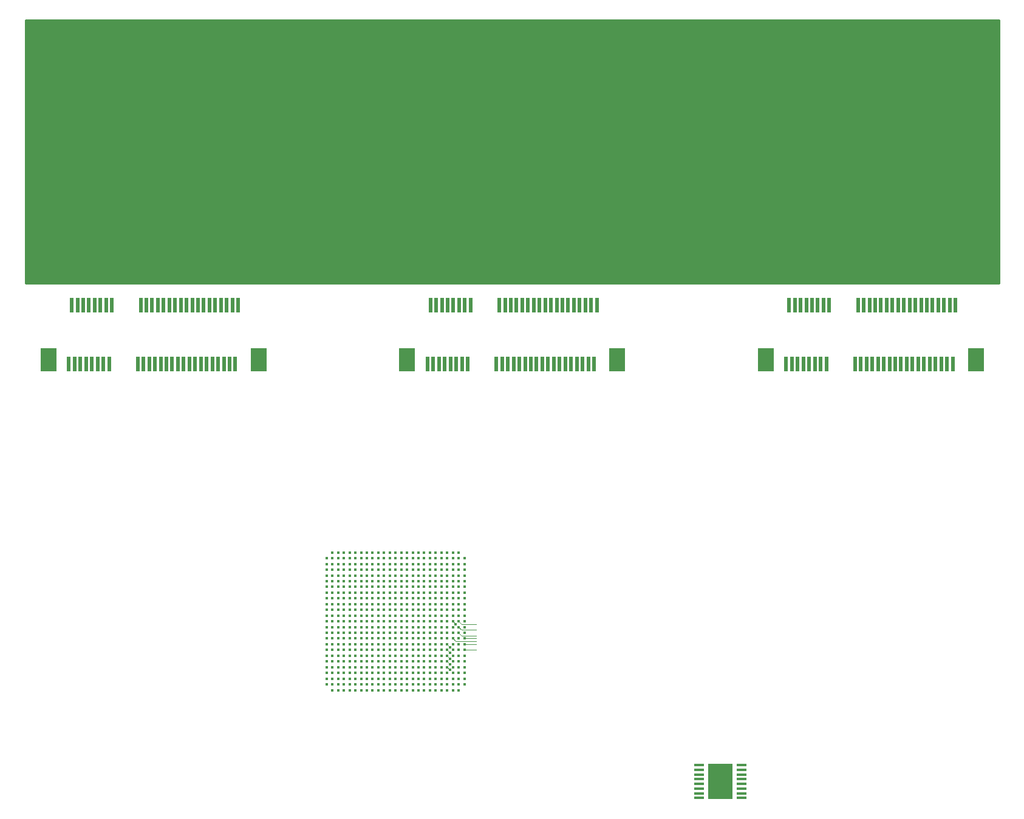
<source format=gbr>
%TF.GenerationSoftware,KiCad,Pcbnew,5.1.6-c6e7f7d~86~ubuntu18.04.1*%
%TF.CreationDate,2020-06-01T18:26:28-05:00*%
%TF.ProjectId,AP2100,41503231-3030-42e6-9b69-6361645f7063,rev?*%
%TF.SameCoordinates,Original*%
%TF.FileFunction,Copper,L1,Top*%
%TF.FilePolarity,Positive*%
%FSLAX46Y46*%
G04 Gerber Fmt 4.6, Leading zero omitted, Abs format (unit mm)*
G04 Created by KiCad (PCBNEW 5.1.6-c6e7f7d~86~ubuntu18.04.1) date 2020-06-01 18:26:28*
%MOMM*%
%LPD*%
G01*
G04 APERTURE LIST*
%TA.AperFunction,SMDPad,CuDef*%
%ADD10R,2.300000X3.200000*%
%TD*%
%TA.AperFunction,SMDPad,CuDef*%
%ADD11R,0.600000X2.000000*%
%TD*%
%TA.AperFunction,SMDPad,CuDef*%
%ADD12C,0.410000*%
%TD*%
%TA.AperFunction,SMDPad,CuDef*%
%ADD13R,1.400000X0.449999*%
%TD*%
%TA.AperFunction,SMDPad,CuDef*%
%ADD14R,3.400001X5.000000*%
%TD*%
%TA.AperFunction,ComponentPad*%
%ADD15C,0.499999*%
%TD*%
%TA.AperFunction,ViaPad*%
%ADD16C,0.400000*%
%TD*%
%TA.AperFunction,Conductor*%
%ADD17C,0.105000*%
%TD*%
%TA.AperFunction,NonConductor*%
%ADD18C,0.254000*%
%TD*%
G04 APERTURE END LIST*
D10*
%TO.P,J3,MP*%
%TO.N,Net-(J3-PadMP)*%
X110350000Y-63500000D03*
X139650000Y-63500000D03*
D11*
%TO.P,J3,1*%
%TO.N,Net-(J3-Pad1)*%
X113200000Y-64100000D03*
%TO.P,J3,2*%
%TO.N,Net-(J3-Pad2)*%
X113600000Y-55900000D03*
%TO.P,J3,3*%
%TO.N,Net-(J3-Pad3)*%
X114000000Y-64100000D03*
%TO.P,J3,4*%
%TO.N,Net-(J3-Pad15)*%
X114400000Y-55900000D03*
%TO.P,J3,5*%
%TO.N,Net-(J3-Pad5)*%
X114800000Y-64100000D03*
%TO.P,J3,6*%
%TO.N,Net-(J3-Pad6)*%
X115200000Y-55900000D03*
%TO.P,J3,7*%
%TO.N,Net-(J3-Pad7)*%
X115600000Y-64100000D03*
%TO.P,J3,8*%
%TO.N,Net-(J3-Pad8)*%
X116000000Y-55900000D03*
%TO.P,J3,9*%
%TO.N,Net-(J3-Pad15)*%
X116400000Y-64100000D03*
%TO.P,J3,10*%
%TO.N,Net-(J3-Pad10)*%
X116800000Y-55900000D03*
%TO.P,J3,11*%
%TO.N,Net-(J3-Pad11)*%
X117200000Y-64100000D03*
%TO.P,J3,12*%
%TO.N,Net-(J3-Pad12)*%
X117600000Y-55900000D03*
%TO.P,J3,13*%
%TO.N,Net-(J3-Pad13)*%
X118000000Y-64100000D03*
%TO.P,J3,14*%
%TO.N,Net-(J3-Pad14)*%
X118400000Y-55900000D03*
%TO.P,J3,15*%
%TO.N,Net-(J3-Pad15)*%
X118800000Y-64100000D03*
%TO.P,J3,16*%
%TO.N,Net-(J3-Pad16)*%
X119200000Y-55900000D03*
%TO.P,J3,17*%
%TO.N,Net-(J3-Pad17)*%
X122800000Y-64100000D03*
%TO.P,J3,18*%
%TO.N,Net-(J3-Pad15)*%
X123200000Y-55900000D03*
%TO.P,J3,19*%
%TO.N,Net-(J3-Pad19)*%
X123600000Y-64100000D03*
%TO.P,J3,20*%
%TO.N,Net-(J3-Pad20)*%
X124000000Y-55900000D03*
%TO.P,J3,21*%
%TO.N,Net-(J3-Pad15)*%
X124400000Y-64100000D03*
%TO.P,J3,22*%
%TO.N,Net-(J3-Pad22)*%
X124800000Y-55900000D03*
%TO.P,J3,23*%
%TO.N,Net-(J3-Pad23)*%
X125200000Y-64100000D03*
%TO.P,J3,24*%
%TO.N,Net-(J3-Pad24)*%
X125600000Y-55900000D03*
%TO.P,J3,25*%
%TO.N,Net-(J3-Pad25)*%
X126000000Y-64100000D03*
%TO.P,J3,26*%
%TO.N,Net-(J3-Pad15)*%
X126400000Y-55900000D03*
%TO.P,J3,27*%
X126800000Y-64100000D03*
%TO.P,J3,28*%
%TO.N,Net-(J3-Pad28)*%
X127200000Y-55900000D03*
%TO.P,J3,29*%
%TO.N,Net-(J3-Pad15)*%
X127600000Y-64100000D03*
%TO.P,J3,30*%
%TO.N,Net-(J3-Pad30)*%
X128000000Y-55900000D03*
%TO.P,J3,31*%
%TO.N,Net-(J3-Pad31)*%
X128400000Y-64100000D03*
%TO.P,J3,32*%
%TO.N,Net-(J3-Pad32)*%
X128800000Y-55900000D03*
%TO.P,J3,33*%
%TO.N,Net-(J3-Pad33)*%
X129200000Y-64100000D03*
%TO.P,J3,34*%
%TO.N,Net-(J3-Pad15)*%
X129600000Y-55900000D03*
%TO.P,J3,35*%
X130000000Y-64100000D03*
%TO.P,J3,36*%
%TO.N,Net-(J3-Pad36)*%
X130400000Y-55900000D03*
%TO.P,J3,37*%
%TO.N,Net-(J3-Pad15)*%
X130800000Y-64100000D03*
%TO.P,J3,38*%
%TO.N,Net-(J3-Pad38)*%
X131200000Y-55900000D03*
%TO.P,J3,39*%
%TO.N,Net-(J3-Pad39)*%
X131600000Y-64100000D03*
%TO.P,J3,40*%
%TO.N,Net-(J3-Pad15)*%
X132000000Y-55900000D03*
%TO.P,J3,41*%
%TO.N,Net-(J3-Pad41)*%
X132400000Y-64100000D03*
%TO.P,J3,42*%
%TO.N,Net-(J3-Pad42)*%
X132800000Y-55900000D03*
%TO.P,J3,43*%
%TO.N,Net-(J3-Pad15)*%
X133200000Y-64100000D03*
%TO.P,J3,44*%
%TO.N,Net-(J3-Pad44)*%
X133600000Y-55900000D03*
%TO.P,J3,45*%
%TO.N,Net-(J3-Pad45)*%
X134000000Y-64100000D03*
%TO.P,J3,46*%
%TO.N,Net-(J3-Pad46)*%
X134400000Y-55900000D03*
%TO.P,J3,47*%
%TO.N,Net-(J3-Pad47)*%
X134800000Y-64100000D03*
%TO.P,J3,48*%
%TO.N,Net-(J3-Pad48)*%
X135200000Y-55900000D03*
%TO.P,J3,49*%
%TO.N,Net-(J3-Pad49)*%
X135600000Y-64100000D03*
%TO.P,J3,50*%
%TO.N,Net-(J3-Pad15)*%
X136000000Y-55900000D03*
%TO.P,J3,51*%
%TO.N,Net-(J3-Pad51)*%
X136400000Y-64100000D03*
%TO.P,J3,52*%
%TO.N,Net-(J3-Pad52)*%
X136800000Y-55900000D03*
%TD*%
D10*
%TO.P,J2,MP*%
%TO.N,Net-(J2-PadMP)*%
X60350000Y-63500000D03*
X89650000Y-63500000D03*
D11*
%TO.P,J2,1*%
%TO.N,Net-(J2-Pad1)*%
X63200000Y-64100000D03*
%TO.P,J2,2*%
%TO.N,Net-(J2-Pad2)*%
X63600000Y-55900000D03*
%TO.P,J2,3*%
%TO.N,Net-(J2-Pad3)*%
X64000000Y-64100000D03*
%TO.P,J2,4*%
%TO.N,Net-(J2-Pad15)*%
X64400000Y-55900000D03*
%TO.P,J2,5*%
%TO.N,Net-(J2-Pad5)*%
X64800000Y-64100000D03*
%TO.P,J2,6*%
%TO.N,Net-(J2-Pad6)*%
X65200000Y-55900000D03*
%TO.P,J2,7*%
%TO.N,Net-(J2-Pad7)*%
X65600000Y-64100000D03*
%TO.P,J2,8*%
%TO.N,Net-(J2-Pad8)*%
X66000000Y-55900000D03*
%TO.P,J2,9*%
%TO.N,Net-(J2-Pad15)*%
X66400000Y-64100000D03*
%TO.P,J2,10*%
%TO.N,Net-(J2-Pad10)*%
X66800000Y-55900000D03*
%TO.P,J2,11*%
%TO.N,Net-(J2-Pad11)*%
X67200000Y-64100000D03*
%TO.P,J2,12*%
%TO.N,Net-(J2-Pad12)*%
X67600000Y-55900000D03*
%TO.P,J2,13*%
%TO.N,Net-(J2-Pad13)*%
X68000000Y-64100000D03*
%TO.P,J2,14*%
%TO.N,Net-(J2-Pad14)*%
X68400000Y-55900000D03*
%TO.P,J2,15*%
%TO.N,Net-(J2-Pad15)*%
X68800000Y-64100000D03*
%TO.P,J2,16*%
%TO.N,Net-(J2-Pad16)*%
X69200000Y-55900000D03*
%TO.P,J2,17*%
%TO.N,Net-(J2-Pad17)*%
X72800000Y-64100000D03*
%TO.P,J2,18*%
%TO.N,Net-(J2-Pad15)*%
X73200000Y-55900000D03*
%TO.P,J2,19*%
%TO.N,Net-(J2-Pad19)*%
X73600000Y-64100000D03*
%TO.P,J2,20*%
%TO.N,Net-(J2-Pad20)*%
X74000000Y-55900000D03*
%TO.P,J2,21*%
%TO.N,Net-(J2-Pad15)*%
X74400000Y-64100000D03*
%TO.P,J2,22*%
%TO.N,Net-(J2-Pad22)*%
X74800000Y-55900000D03*
%TO.P,J2,23*%
%TO.N,Net-(J2-Pad23)*%
X75200000Y-64100000D03*
%TO.P,J2,24*%
%TO.N,Net-(J2-Pad24)*%
X75600000Y-55900000D03*
%TO.P,J2,25*%
%TO.N,Net-(J2-Pad25)*%
X76000000Y-64100000D03*
%TO.P,J2,26*%
%TO.N,Net-(J2-Pad15)*%
X76400000Y-55900000D03*
%TO.P,J2,27*%
X76800000Y-64100000D03*
%TO.P,J2,28*%
%TO.N,Net-(J2-Pad28)*%
X77200000Y-55900000D03*
%TO.P,J2,29*%
%TO.N,Net-(J2-Pad15)*%
X77600000Y-64100000D03*
%TO.P,J2,30*%
%TO.N,Net-(J2-Pad30)*%
X78000000Y-55900000D03*
%TO.P,J2,31*%
%TO.N,Net-(J2-Pad31)*%
X78400000Y-64100000D03*
%TO.P,J2,32*%
%TO.N,Net-(J2-Pad32)*%
X78800000Y-55900000D03*
%TO.P,J2,33*%
%TO.N,Net-(J2-Pad33)*%
X79200000Y-64100000D03*
%TO.P,J2,34*%
%TO.N,Net-(J2-Pad15)*%
X79600000Y-55900000D03*
%TO.P,J2,35*%
X80000000Y-64100000D03*
%TO.P,J2,36*%
%TO.N,Net-(J2-Pad36)*%
X80400000Y-55900000D03*
%TO.P,J2,37*%
%TO.N,Net-(J2-Pad15)*%
X80800000Y-64100000D03*
%TO.P,J2,38*%
%TO.N,Net-(J2-Pad38)*%
X81200000Y-55900000D03*
%TO.P,J2,39*%
%TO.N,Net-(J2-Pad39)*%
X81600000Y-64100000D03*
%TO.P,J2,40*%
%TO.N,Net-(J2-Pad15)*%
X82000000Y-55900000D03*
%TO.P,J2,41*%
%TO.N,Net-(J2-Pad41)*%
X82400000Y-64100000D03*
%TO.P,J2,42*%
%TO.N,Net-(J2-Pad42)*%
X82800000Y-55900000D03*
%TO.P,J2,43*%
%TO.N,Net-(J2-Pad15)*%
X83200000Y-64100000D03*
%TO.P,J2,44*%
%TO.N,Net-(J2-Pad44)*%
X83600000Y-55900000D03*
%TO.P,J2,45*%
%TO.N,Net-(J2-Pad45)*%
X84000000Y-64100000D03*
%TO.P,J2,46*%
%TO.N,Net-(J2-Pad46)*%
X84400000Y-55900000D03*
%TO.P,J2,47*%
%TO.N,Net-(J2-Pad47)*%
X84800000Y-64100000D03*
%TO.P,J2,48*%
%TO.N,Net-(J2-Pad48)*%
X85200000Y-55900000D03*
%TO.P,J2,49*%
%TO.N,Net-(J2-Pad49)*%
X85600000Y-64100000D03*
%TO.P,J2,50*%
%TO.N,Net-(J2-Pad15)*%
X86000000Y-55900000D03*
%TO.P,J2,51*%
%TO.N,Net-(J2-Pad51)*%
X86400000Y-64100000D03*
%TO.P,J2,52*%
%TO.N,Net-(J2-Pad52)*%
X86800000Y-55900000D03*
%TD*%
D10*
%TO.P,J1,MP*%
%TO.N,Net-(J1-PadMP)*%
X10350000Y-63500000D03*
X39650000Y-63500000D03*
D11*
%TO.P,J1,1*%
%TO.N,Net-(J1-Pad1)*%
X13200000Y-64100000D03*
%TO.P,J1,2*%
%TO.N,Net-(J1-Pad2)*%
X13600000Y-55900000D03*
%TO.P,J1,3*%
%TO.N,Net-(J1-Pad3)*%
X14000000Y-64100000D03*
%TO.P,J1,4*%
%TO.N,Net-(J1-Pad15)*%
X14400000Y-55900000D03*
%TO.P,J1,5*%
%TO.N,Net-(J1-Pad5)*%
X14800000Y-64100000D03*
%TO.P,J1,6*%
%TO.N,Net-(J1-Pad6)*%
X15200000Y-55900000D03*
%TO.P,J1,7*%
%TO.N,Net-(J1-Pad7)*%
X15600000Y-64100000D03*
%TO.P,J1,8*%
%TO.N,Net-(J1-Pad8)*%
X16000000Y-55900000D03*
%TO.P,J1,9*%
%TO.N,Net-(J1-Pad15)*%
X16400000Y-64100000D03*
%TO.P,J1,10*%
%TO.N,Net-(J1-Pad10)*%
X16800000Y-55900000D03*
%TO.P,J1,11*%
%TO.N,Net-(J1-Pad11)*%
X17200000Y-64100000D03*
%TO.P,J1,12*%
%TO.N,Net-(J1-Pad12)*%
X17600000Y-55900000D03*
%TO.P,J1,13*%
%TO.N,Net-(J1-Pad13)*%
X18000000Y-64100000D03*
%TO.P,J1,14*%
%TO.N,Net-(J1-Pad14)*%
X18400000Y-55900000D03*
%TO.P,J1,15*%
%TO.N,Net-(J1-Pad15)*%
X18800000Y-64100000D03*
%TO.P,J1,16*%
%TO.N,Net-(J1-Pad16)*%
X19200000Y-55900000D03*
%TO.P,J1,17*%
%TO.N,Net-(J1-Pad17)*%
X22800000Y-64100000D03*
%TO.P,J1,18*%
%TO.N,Net-(J1-Pad15)*%
X23200000Y-55900000D03*
%TO.P,J1,19*%
%TO.N,Net-(J1-Pad19)*%
X23600000Y-64100000D03*
%TO.P,J1,20*%
%TO.N,Net-(J1-Pad20)*%
X24000000Y-55900000D03*
%TO.P,J1,21*%
%TO.N,Net-(J1-Pad15)*%
X24400000Y-64100000D03*
%TO.P,J1,22*%
%TO.N,Net-(J1-Pad22)*%
X24800000Y-55900000D03*
%TO.P,J1,23*%
%TO.N,Net-(J1-Pad23)*%
X25200000Y-64100000D03*
%TO.P,J1,24*%
%TO.N,Net-(J1-Pad24)*%
X25600000Y-55900000D03*
%TO.P,J1,25*%
%TO.N,Net-(J1-Pad25)*%
X26000000Y-64100000D03*
%TO.P,J1,26*%
%TO.N,Net-(J1-Pad15)*%
X26400000Y-55900000D03*
%TO.P,J1,27*%
X26800000Y-64100000D03*
%TO.P,J1,28*%
%TO.N,Net-(J1-Pad28)*%
X27200000Y-55900000D03*
%TO.P,J1,29*%
%TO.N,Net-(J1-Pad15)*%
X27600000Y-64100000D03*
%TO.P,J1,30*%
%TO.N,Net-(J1-Pad30)*%
X28000000Y-55900000D03*
%TO.P,J1,31*%
%TO.N,Net-(J1-Pad31)*%
X28400000Y-64100000D03*
%TO.P,J1,32*%
%TO.N,Net-(J1-Pad32)*%
X28800000Y-55900000D03*
%TO.P,J1,33*%
%TO.N,Net-(J1-Pad33)*%
X29200000Y-64100000D03*
%TO.P,J1,34*%
%TO.N,Net-(J1-Pad15)*%
X29600000Y-55900000D03*
%TO.P,J1,35*%
X30000000Y-64100000D03*
%TO.P,J1,36*%
%TO.N,Net-(J1-Pad36)*%
X30400000Y-55900000D03*
%TO.P,J1,37*%
%TO.N,Net-(J1-Pad15)*%
X30800000Y-64100000D03*
%TO.P,J1,38*%
%TO.N,Net-(J1-Pad38)*%
X31200000Y-55900000D03*
%TO.P,J1,39*%
%TO.N,Net-(J1-Pad39)*%
X31600000Y-64100000D03*
%TO.P,J1,40*%
%TO.N,Net-(J1-Pad15)*%
X32000000Y-55900000D03*
%TO.P,J1,41*%
%TO.N,Net-(J1-Pad41)*%
X32400000Y-64100000D03*
%TO.P,J1,42*%
%TO.N,Net-(J1-Pad42)*%
X32800000Y-55900000D03*
%TO.P,J1,43*%
%TO.N,Net-(J1-Pad15)*%
X33200000Y-64100000D03*
%TO.P,J1,44*%
%TO.N,Net-(J1-Pad44)*%
X33600000Y-55900000D03*
%TO.P,J1,45*%
%TO.N,Net-(J1-Pad45)*%
X34000000Y-64100000D03*
%TO.P,J1,46*%
%TO.N,Net-(J1-Pad46)*%
X34400000Y-55900000D03*
%TO.P,J1,47*%
%TO.N,Net-(J1-Pad47)*%
X34800000Y-64100000D03*
%TO.P,J1,48*%
%TO.N,Net-(J1-Pad48)*%
X35200000Y-55900000D03*
%TO.P,J1,49*%
%TO.N,Net-(J1-Pad49)*%
X35600000Y-64100000D03*
%TO.P,J1,50*%
%TO.N,Net-(J1-Pad15)*%
X36000000Y-55900000D03*
%TO.P,J1,51*%
%TO.N,Net-(J1-Pad51)*%
X36400000Y-64100000D03*
%TO.P,J1,52*%
%TO.N,Net-(J1-Pad52)*%
X36800000Y-55900000D03*
%TD*%
D12*
%TO.P,U2,AE24*%
%TO.N,N/C*%
X67537686Y-109633837D03*
%TO.P,U2,AE23*%
%TO.N,Net-(U2-PadAE23)*%
X66737686Y-109633837D03*
%TO.P,U2,AE22*%
%TO.N,Net-(U2-PadAE22)*%
X65937686Y-109633837D03*
%TO.P,U2,AE21*%
%TO.N,N/C*%
X65137686Y-109633837D03*
%TO.P,U2,AE20*%
X64337686Y-109633837D03*
%TO.P,U2,AE19*%
X63537686Y-109633837D03*
%TO.P,U2,AE18*%
X62737686Y-109633837D03*
%TO.P,U2,AE17*%
X61937686Y-109633837D03*
%TO.P,U2,AE16*%
X61137686Y-109633837D03*
%TO.P,U2,AE15*%
X60337686Y-109633837D03*
%TO.P,U2,AE14*%
X59537686Y-109633837D03*
%TO.P,U2,AE13*%
X58737686Y-109633837D03*
%TO.P,U2,AE12*%
X57937686Y-109633837D03*
%TO.P,U2,AE11*%
X57137686Y-109633837D03*
%TO.P,U2,AE10*%
X56337686Y-109633837D03*
%TO.P,U2,AE9*%
X55537686Y-109633837D03*
%TO.P,U2,AE8*%
X54737686Y-109633837D03*
%TO.P,U2,AE7*%
X53937686Y-109633837D03*
%TO.P,U2,AE6*%
X53137686Y-109633837D03*
%TO.P,U2,AE5*%
X52337686Y-109633837D03*
%TO.P,U2,AE4*%
X51537686Y-109633837D03*
%TO.P,U2,AE3*%
X50737686Y-109633837D03*
%TO.P,U2,AE2*%
X49937686Y-109633837D03*
%TO.P,U2,AD25*%
X68337686Y-108833837D03*
%TO.P,U2,AD24*%
%TO.N,Net-(U2-PadAD24)*%
X67537686Y-108833837D03*
%TO.P,U2,AD23*%
%TO.N,Net-(U2-PadAD23)*%
X66737686Y-108833837D03*
%TO.P,U2,AD22*%
%TO.N,N/C*%
X65937686Y-108833837D03*
%TO.P,U2,AD21*%
X65137686Y-108833837D03*
%TO.P,U2,AD20*%
X64337686Y-108833837D03*
%TO.P,U2,AD19*%
X63537686Y-108833837D03*
%TO.P,U2,AD18*%
X62737686Y-108833837D03*
%TO.P,U2,AD17*%
X61937686Y-108833837D03*
%TO.P,U2,AD16*%
X61137686Y-108833837D03*
%TO.P,U2,AD15*%
X60337686Y-108833837D03*
%TO.P,U2,AD14*%
X59537686Y-108833837D03*
%TO.P,U2,AD13*%
X58737686Y-108833837D03*
%TO.P,U2,AD12*%
X57937686Y-108833837D03*
%TO.P,U2,AD11*%
X57137686Y-108833837D03*
%TO.P,U2,AD10*%
X56337686Y-108833837D03*
%TO.P,U2,AD9*%
X55537686Y-108833837D03*
%TO.P,U2,AD8*%
X54737686Y-108833837D03*
%TO.P,U2,AD7*%
X53937686Y-108833837D03*
%TO.P,U2,AD6*%
X53137686Y-108833837D03*
%TO.P,U2,AD5*%
X52337686Y-108833837D03*
%TO.P,U2,AD4*%
X51537686Y-108833837D03*
%TO.P,U2,AD3*%
X50737686Y-108833837D03*
%TO.P,U2,AD2*%
X49937686Y-108833837D03*
%TO.P,U2,AD1*%
X49137686Y-108833837D03*
%TO.P,U2,AC25*%
%TO.N,Net-(U2-PadAC25)*%
X68337686Y-108033837D03*
%TO.P,U2,AC24*%
%TO.N,Net-(U2-PadAC24)*%
X67537686Y-108033837D03*
%TO.P,U2,AC23*%
%TO.N,Net-(U2-PadAC23)*%
X66737686Y-108033837D03*
%TO.P,U2,AC22*%
%TO.N,Net-(U2-PadAC22)*%
X65937686Y-108033837D03*
%TO.P,U2,AC21*%
%TO.N,Net-(U2-PadAC21)*%
X65137686Y-108033837D03*
%TO.P,U2,AC20*%
%TO.N,N/C*%
X64337686Y-108033837D03*
%TO.P,U2,AC19*%
X63537686Y-108033837D03*
%TO.P,U2,AC18*%
X62737686Y-108033837D03*
%TO.P,U2,AC17*%
X61937686Y-108033837D03*
%TO.P,U2,AC16*%
X61137686Y-108033837D03*
%TO.P,U2,AC15*%
X60337686Y-108033837D03*
%TO.P,U2,AC14*%
X59537686Y-108033837D03*
%TO.P,U2,AC13*%
X58737686Y-108033837D03*
%TO.P,U2,AC12*%
X57937686Y-108033837D03*
%TO.P,U2,AC11*%
X57137686Y-108033837D03*
%TO.P,U2,AC10*%
X56337686Y-108033837D03*
%TO.P,U2,AC9*%
X55537686Y-108033837D03*
%TO.P,U2,AC8*%
X54737686Y-108033837D03*
%TO.P,U2,AC7*%
X53937686Y-108033837D03*
%TO.P,U2,AC6*%
X53137686Y-108033837D03*
%TO.P,U2,AC5*%
X52337686Y-108033837D03*
%TO.P,U2,AC4*%
X51537686Y-108033837D03*
%TO.P,U2,AC3*%
X50737686Y-108033837D03*
%TO.P,U2,AC2*%
X49937686Y-108033837D03*
%TO.P,U2,AC1*%
X49137686Y-108033837D03*
%TO.P,U2,AB25*%
%TO.N,Net-(U2-PadAB25)*%
X68337686Y-107233837D03*
%TO.P,U2,AB24*%
%TO.N,N/C*%
X67537686Y-107233837D03*
%TO.P,U2,AB23*%
%TO.N,Net-(U2-PadAB23)*%
X66737686Y-107233837D03*
%TO.P,U2,AB22*%
%TO.N,N/C*%
X65937686Y-107233837D03*
%TO.P,U2,AB21*%
%TO.N,Net-(U2-PadAB21)*%
X65137686Y-107233837D03*
%TO.P,U2,AB20*%
%TO.N,Net-(U2-PadAB20)*%
X64337686Y-107233837D03*
%TO.P,U2,AB19*%
%TO.N,N/C*%
X63537686Y-107233837D03*
%TO.P,U2,AB18*%
X62737686Y-107233837D03*
%TO.P,U2,AB17*%
X61937686Y-107233837D03*
%TO.P,U2,AB16*%
X61137686Y-107233837D03*
%TO.P,U2,AB15*%
X60337686Y-107233837D03*
%TO.P,U2,AB14*%
X59537686Y-107233837D03*
%TO.P,U2,AB13*%
X58737686Y-107233837D03*
%TO.P,U2,AB12*%
X57937686Y-107233837D03*
%TO.P,U2,AB11*%
X57137686Y-107233837D03*
%TO.P,U2,AB10*%
X56337686Y-107233837D03*
%TO.P,U2,AB9*%
X55537686Y-107233837D03*
%TO.P,U2,AB8*%
X54737686Y-107233837D03*
%TO.P,U2,AB7*%
X53937686Y-107233837D03*
%TO.P,U2,AB6*%
X53137686Y-107233837D03*
%TO.P,U2,AB5*%
X52337686Y-107233837D03*
%TO.P,U2,AB4*%
X51537686Y-107233837D03*
%TO.P,U2,AB3*%
X50737686Y-107233837D03*
%TO.P,U2,AB2*%
X49937686Y-107233837D03*
%TO.P,U2,AB1*%
X49137686Y-107233837D03*
%TO.P,U2,AA25*%
%TO.N,Net-(U2-PadAA25)*%
X68337686Y-106433837D03*
%TO.P,U2,AA24*%
%TO.N,Net-(U2-PadAA24)*%
X67537686Y-106433837D03*
%TO.P,U2,AA23*%
%TO.N,Net-(U2-PadAA23)*%
X66737686Y-106433837D03*
%TO.P,U2,AA22*%
%TO.N,GND*%
X65937686Y-106433837D03*
%TO.P,U2,AA21*%
%TO.N,Net-(U2-PadAA21)*%
X65137686Y-106433837D03*
%TO.P,U2,AA20*%
%TO.N,N/C*%
X64337686Y-106433837D03*
%TO.P,U2,AA19*%
X63537686Y-106433837D03*
%TO.P,U2,AA18*%
X62737686Y-106433837D03*
%TO.P,U2,AA17*%
X61937686Y-106433837D03*
%TO.P,U2,AA16*%
X61137686Y-106433837D03*
%TO.P,U2,AA15*%
X60337686Y-106433837D03*
%TO.P,U2,AA14*%
X59537686Y-106433837D03*
%TO.P,U2,AA13*%
X58737686Y-106433837D03*
%TO.P,U2,AA12*%
X57937686Y-106433837D03*
%TO.P,U2,AA11*%
X57137686Y-106433837D03*
%TO.P,U2,AA10*%
X56337686Y-106433837D03*
%TO.P,U2,AA9*%
X55537686Y-106433837D03*
%TO.P,U2,AA8*%
X54737686Y-106433837D03*
%TO.P,U2,AA7*%
X53937686Y-106433837D03*
%TO.P,U2,AA6*%
X53137686Y-106433837D03*
%TO.P,U2,AA5*%
X52337686Y-106433837D03*
%TO.P,U2,AA4*%
X51537686Y-106433837D03*
%TO.P,U2,AA3*%
X50737686Y-106433837D03*
%TO.P,U2,AA2*%
X49937686Y-106433837D03*
%TO.P,U2,AA1*%
X49137686Y-106433837D03*
%TO.P,U2,Y25*%
%TO.N,Net-(U2-PadY25)*%
X68337686Y-105633837D03*
%TO.P,U2,Y24*%
%TO.N,N/C*%
X67537686Y-105633837D03*
%TO.P,U2,Y23*%
%TO.N,Net-(U2-PadY23)*%
X66737686Y-105633837D03*
%TO.P,U2,Y22*%
%TO.N,N/C*%
X65937686Y-105633837D03*
%TO.P,U2,Y21*%
%TO.N,Net-(U2-PadY21)*%
X65137686Y-105633837D03*
%TO.P,U2,Y20*%
%TO.N,N/C*%
X64337686Y-105633837D03*
%TO.P,U2,Y19*%
X63537686Y-105633837D03*
%TO.P,U2,Y18*%
X62737686Y-105633837D03*
%TO.P,U2,Y17*%
X61937686Y-105633837D03*
%TO.P,U2,Y16*%
X61137686Y-105633837D03*
%TO.P,U2,Y15*%
X60337686Y-105633837D03*
%TO.P,U2,Y14*%
X59537686Y-105633837D03*
%TO.P,U2,Y13*%
X58737686Y-105633837D03*
%TO.P,U2,Y12*%
X57937686Y-105633837D03*
%TO.P,U2,Y11*%
X57137686Y-105633837D03*
%TO.P,U2,Y10*%
X56337686Y-105633837D03*
%TO.P,U2,Y9*%
X55537686Y-105633837D03*
%TO.P,U2,Y8*%
X54737686Y-105633837D03*
%TO.P,U2,Y7*%
X53937686Y-105633837D03*
%TO.P,U2,Y6*%
X53137686Y-105633837D03*
%TO.P,U2,Y5*%
X52337686Y-105633837D03*
%TO.P,U2,Y4*%
X51537686Y-105633837D03*
%TO.P,U2,Y3*%
X50737686Y-105633837D03*
%TO.P,U2,Y2*%
X49937686Y-105633837D03*
%TO.P,U2,Y1*%
X49137686Y-105633837D03*
%TO.P,U2,W25*%
%TO.N,Net-(U2-PadW25)*%
X68337686Y-104833837D03*
%TO.P,U2,W24*%
%TO.N,Net-(U2-PadW24)*%
X67537686Y-104833837D03*
%TO.P,U2,W23*%
%TO.N,Net-(U2-PadW23)*%
X66737686Y-104833837D03*
%TO.P,U2,W22*%
%TO.N,Net-(U2-PadW22)*%
X65937686Y-104833837D03*
%TO.P,U2,W21*%
%TO.N,Net-(U2-PadW21)*%
X65137686Y-104833837D03*
%TO.P,U2,W20*%
%TO.N,N/C*%
X64337686Y-104833837D03*
%TO.P,U2,W19*%
X63537686Y-104833837D03*
%TO.P,U2,W18*%
X62737686Y-104833837D03*
%TO.P,U2,W17*%
X61937686Y-104833837D03*
%TO.P,U2,W16*%
X61137686Y-104833837D03*
%TO.P,U2,W15*%
X60337686Y-104833837D03*
%TO.P,U2,W14*%
X59537686Y-104833837D03*
%TO.P,U2,W13*%
X58737686Y-104833837D03*
%TO.P,U2,W12*%
X57937686Y-104833837D03*
%TO.P,U2,W11*%
X57137686Y-104833837D03*
%TO.P,U2,W10*%
X56337686Y-104833837D03*
%TO.P,U2,W9*%
X55537686Y-104833837D03*
%TO.P,U2,W8*%
X54737686Y-104833837D03*
%TO.P,U2,W7*%
X53937686Y-104833837D03*
%TO.P,U2,W6*%
X53137686Y-104833837D03*
%TO.P,U2,W5*%
X52337686Y-104833837D03*
%TO.P,U2,W4*%
X51537686Y-104833837D03*
%TO.P,U2,W3*%
X50737686Y-104833837D03*
%TO.P,U2,W2*%
X49937686Y-104833837D03*
%TO.P,U2,W1*%
X49137686Y-104833837D03*
%TO.P,U2,V25*%
%TO.N,Net-(U2-PadV25)*%
X68337686Y-104033837D03*
%TO.P,U2,V24*%
%TO.N,N/C*%
X67537686Y-104033837D03*
%TO.P,U2,V23*%
%TO.N,Net-(U2-PadV23)*%
X66737686Y-104033837D03*
%TO.P,U2,V22*%
%TO.N,N/C*%
X65937686Y-104033837D03*
%TO.P,U2,V21*%
%TO.N,Net-(U2-PadV21)*%
X65137686Y-104033837D03*
%TO.P,U2,V20*%
%TO.N,N/C*%
X64337686Y-104033837D03*
%TO.P,U2,V19*%
X63537686Y-104033837D03*
%TO.P,U2,V18*%
X62737686Y-104033837D03*
%TO.P,U2,V17*%
X61937686Y-104033837D03*
%TO.P,U2,V16*%
X61137686Y-104033837D03*
%TO.P,U2,V15*%
X60337686Y-104033837D03*
%TO.P,U2,V14*%
X59537686Y-104033837D03*
%TO.P,U2,V13*%
X58737686Y-104033837D03*
%TO.P,U2,V12*%
X57937686Y-104033837D03*
%TO.P,U2,V11*%
X57137686Y-104033837D03*
%TO.P,U2,V10*%
X56337686Y-104033837D03*
%TO.P,U2,V9*%
X55537686Y-104033837D03*
%TO.P,U2,V8*%
X54737686Y-104033837D03*
%TO.P,U2,V7*%
X53937686Y-104033837D03*
%TO.P,U2,V6*%
X53137686Y-104033837D03*
%TO.P,U2,V5*%
X52337686Y-104033837D03*
%TO.P,U2,V4*%
X51537686Y-104033837D03*
%TO.P,U2,V3*%
X50737686Y-104033837D03*
%TO.P,U2,V2*%
X49937686Y-104033837D03*
%TO.P,U2,V1*%
X49137686Y-104033837D03*
%TO.P,U2,U25*%
%TO.N,Net-(U2-PadU25)*%
X68337686Y-103233837D03*
%TO.P,U2,U24*%
%TO.N,Net-(U2-PadU24)*%
X67537686Y-103233837D03*
%TO.P,U2,U23*%
%TO.N,Net-(U2-PadU23)*%
X66737686Y-103233837D03*
%TO.P,U2,U22*%
%TO.N,Net-(U2-PadU22)*%
X65937686Y-103233837D03*
%TO.P,U2,U21*%
%TO.N,Net-(U2-PadU21)*%
X65137686Y-103233837D03*
%TO.P,U2,U20*%
%TO.N,N/C*%
X64337686Y-103233837D03*
%TO.P,U2,U19*%
X63537686Y-103233837D03*
%TO.P,U2,U18*%
X62737686Y-103233837D03*
%TO.P,U2,U17*%
X61937686Y-103233837D03*
%TO.P,U2,U16*%
X61137686Y-103233837D03*
%TO.P,U2,U15*%
X60337686Y-103233837D03*
%TO.P,U2,U14*%
X59537686Y-103233837D03*
%TO.P,U2,U13*%
X58737686Y-103233837D03*
%TO.P,U2,U12*%
X57937686Y-103233837D03*
%TO.P,U2,U11*%
X57137686Y-103233837D03*
%TO.P,U2,U10*%
X56337686Y-103233837D03*
%TO.P,U2,U9*%
X55537686Y-103233837D03*
%TO.P,U2,U8*%
X54737686Y-103233837D03*
%TO.P,U2,U7*%
X53937686Y-103233837D03*
%TO.P,U2,U6*%
X53137686Y-103233837D03*
%TO.P,U2,U5*%
X52337686Y-103233837D03*
%TO.P,U2,U4*%
X51537686Y-103233837D03*
%TO.P,U2,U3*%
X50737686Y-103233837D03*
%TO.P,U2,U2*%
X49937686Y-103233837D03*
%TO.P,U2,U1*%
X49137686Y-103233837D03*
%TO.P,U2,T25*%
%TO.N,Net-(U2-PadT25)*%
X68337686Y-102433837D03*
%TO.P,U2,T24*%
%TO.N,N/C*%
X67537686Y-102433837D03*
%TO.P,U2,T23*%
%TO.N,Net-(U2-PadT23)*%
X66737686Y-102433837D03*
%TO.P,U2,T22*%
%TO.N,N/C*%
X65937686Y-102433837D03*
%TO.P,U2,T21*%
%TO.N,Net-(U2-PadT21)*%
X65137686Y-102433837D03*
%TO.P,U2,T20*%
%TO.N,N/C*%
X64337686Y-102433837D03*
%TO.P,U2,T19*%
X63537686Y-102433837D03*
%TO.P,U2,T18*%
X62737686Y-102433837D03*
%TO.P,U2,T17*%
X61937686Y-102433837D03*
%TO.P,U2,T16*%
X61137686Y-102433837D03*
%TO.P,U2,T15*%
X60337686Y-102433837D03*
%TO.P,U2,T14*%
X59537686Y-102433837D03*
%TO.P,U2,T13*%
X58737686Y-102433837D03*
%TO.P,U2,T12*%
X57937686Y-102433837D03*
%TO.P,U2,T11*%
X57137686Y-102433837D03*
%TO.P,U2,T10*%
X56337686Y-102433837D03*
%TO.P,U2,T9*%
X55537686Y-102433837D03*
%TO.P,U2,T8*%
X54737686Y-102433837D03*
%TO.P,U2,T7*%
X53937686Y-102433837D03*
%TO.P,U2,T6*%
X53137686Y-102433837D03*
%TO.P,U2,T5*%
X52337686Y-102433837D03*
%TO.P,U2,T4*%
X51537686Y-102433837D03*
%TO.P,U2,T3*%
X50737686Y-102433837D03*
%TO.P,U2,T2*%
X49937686Y-102433837D03*
%TO.P,U2,T1*%
X49137686Y-102433837D03*
%TO.P,U2,R25*%
X68337686Y-101633837D03*
%TO.P,U2,R24*%
%TO.N,Net-(U2-PadR24)*%
X67537686Y-101633837D03*
%TO.P,U2,R23*%
%TO.N,N/C*%
X66737686Y-101633837D03*
%TO.P,U2,R22*%
%TO.N,Net-(U2-PadR22)*%
X65937686Y-101633837D03*
%TO.P,U2,R21*%
%TO.N,N/C*%
X65137686Y-101633837D03*
%TO.P,U2,R20*%
%TO.N,Net-(U2-PadR20)*%
X64337686Y-101633837D03*
%TO.P,U2,R19*%
%TO.N,N/C*%
X63537686Y-101633837D03*
%TO.P,U2,R18*%
X62737686Y-101633837D03*
%TO.P,U2,R17*%
X61937686Y-101633837D03*
%TO.P,U2,R16*%
X61137686Y-101633837D03*
%TO.P,U2,R15*%
X60337686Y-101633837D03*
%TO.P,U2,R14*%
X59537686Y-101633837D03*
%TO.P,U2,R13*%
X58737686Y-101633837D03*
%TO.P,U2,R12*%
X57937686Y-101633837D03*
%TO.P,U2,R11*%
X57137686Y-101633837D03*
%TO.P,U2,R10*%
X56337686Y-101633837D03*
%TO.P,U2,R9*%
X55537686Y-101633837D03*
%TO.P,U2,R8*%
X54737686Y-101633837D03*
%TO.P,U2,R7*%
X53937686Y-101633837D03*
%TO.P,U2,R6*%
X53137686Y-101633837D03*
%TO.P,U2,R5*%
X52337686Y-101633837D03*
%TO.P,U2,R4*%
X51537686Y-101633837D03*
%TO.P,U2,R3*%
X50737686Y-101633837D03*
%TO.P,U2,R2*%
X49937686Y-101633837D03*
%TO.P,U2,R1*%
X49137686Y-101633837D03*
%TO.P,U2,P25*%
%TO.N,Net-(U2-PadP25)*%
X68337686Y-100833837D03*
%TO.P,U2,P24*%
%TO.N,N/C*%
X67537686Y-100833837D03*
%TO.P,U2,P23*%
%TO.N,Net-(U2-PadP23)*%
X66737686Y-100833837D03*
%TO.P,U2,P22*%
%TO.N,N/C*%
X65937686Y-100833837D03*
%TO.P,U2,P21*%
%TO.N,Net-(U2-PadP21)*%
X65137686Y-100833837D03*
%TO.P,U2,P20*%
%TO.N,N/C*%
X64337686Y-100833837D03*
%TO.P,U2,P19*%
X63537686Y-100833837D03*
%TO.P,U2,P18*%
X62737686Y-100833837D03*
%TO.P,U2,P17*%
X61937686Y-100833837D03*
%TO.P,U2,P16*%
X61137686Y-100833837D03*
%TO.P,U2,P15*%
X60337686Y-100833837D03*
%TO.P,U2,P14*%
X59537686Y-100833837D03*
%TO.P,U2,P13*%
X58737686Y-100833837D03*
%TO.P,U2,P12*%
X57937686Y-100833837D03*
%TO.P,U2,P11*%
X57137686Y-100833837D03*
%TO.P,U2,P10*%
X56337686Y-100833837D03*
%TO.P,U2,P9*%
X55537686Y-100833837D03*
%TO.P,U2,P8*%
X54737686Y-100833837D03*
%TO.P,U2,P7*%
X53937686Y-100833837D03*
%TO.P,U2,P6*%
X53137686Y-100833837D03*
%TO.P,U2,P5*%
X52337686Y-100833837D03*
%TO.P,U2,P4*%
X51537686Y-100833837D03*
%TO.P,U2,P3*%
X50737686Y-100833837D03*
%TO.P,U2,P2*%
X49937686Y-100833837D03*
%TO.P,U2,P1*%
X49137686Y-100833837D03*
%TO.P,U2,N25*%
%TO.N,Net-(U2-PadN25)*%
X68337686Y-100033837D03*
%TO.P,U2,N24*%
%TO.N,Net-(U2-PadN24)*%
X67537686Y-100033837D03*
%TO.P,U2,N23*%
%TO.N,Net-(U2-PadN23)*%
X66737686Y-100033837D03*
%TO.P,U2,N22*%
%TO.N,Net-(U2-PadN22)*%
X65937686Y-100033837D03*
%TO.P,U2,N21*%
%TO.N,Net-(U2-PadN21)*%
X65137686Y-100033837D03*
%TO.P,U2,N20*%
%TO.N,N/C*%
X64337686Y-100033837D03*
%TO.P,U2,N19*%
X63537686Y-100033837D03*
%TO.P,U2,N18*%
X62737686Y-100033837D03*
%TO.P,U2,N17*%
X61937686Y-100033837D03*
%TO.P,U2,N16*%
X61137686Y-100033837D03*
%TO.P,U2,N15*%
X60337686Y-100033837D03*
%TO.P,U2,N14*%
X59537686Y-100033837D03*
%TO.P,U2,N13*%
X58737686Y-100033837D03*
%TO.P,U2,N12*%
X57937686Y-100033837D03*
%TO.P,U2,N11*%
X57137686Y-100033837D03*
%TO.P,U2,N10*%
X56337686Y-100033837D03*
%TO.P,U2,N9*%
X55537686Y-100033837D03*
%TO.P,U2,N8*%
X54737686Y-100033837D03*
%TO.P,U2,N7*%
X53937686Y-100033837D03*
%TO.P,U2,N6*%
X53137686Y-100033837D03*
%TO.P,U2,N5*%
X52337686Y-100033837D03*
%TO.P,U2,N4*%
X51537686Y-100033837D03*
%TO.P,U2,N3*%
X50737686Y-100033837D03*
%TO.P,U2,N2*%
X49937686Y-100033837D03*
%TO.P,U2,N1*%
X49137686Y-100033837D03*
%TO.P,U2,M25*%
%TO.N,Net-(U2-PadM25)*%
X68337686Y-99233837D03*
%TO.P,U2,M24*%
%TO.N,Net-(U2-PadM24)*%
X67537686Y-99233837D03*
%TO.P,U2,M23*%
%TO.N,Net-(U2-PadM23)*%
X66737686Y-99233837D03*
%TO.P,U2,M22*%
%TO.N,N/C*%
X65937686Y-99233837D03*
%TO.P,U2,M21*%
%TO.N,Net-(U2-PadM21)*%
X65137686Y-99233837D03*
%TO.P,U2,M20*%
%TO.N,N/C*%
X64337686Y-99233837D03*
%TO.P,U2,M19*%
X63537686Y-99233837D03*
%TO.P,U2,M18*%
X62737686Y-99233837D03*
%TO.P,U2,M17*%
X61937686Y-99233837D03*
%TO.P,U2,M16*%
X61137686Y-99233837D03*
%TO.P,U2,M15*%
X60337686Y-99233837D03*
%TO.P,U2,M14*%
X59537686Y-99233837D03*
%TO.P,U2,M13*%
X58737686Y-99233837D03*
%TO.P,U2,M12*%
X57937686Y-99233837D03*
%TO.P,U2,M11*%
X57137686Y-99233837D03*
%TO.P,U2,M10*%
X56337686Y-99233837D03*
%TO.P,U2,M9*%
X55537686Y-99233837D03*
%TO.P,U2,M8*%
X54737686Y-99233837D03*
%TO.P,U2,M7*%
X53937686Y-99233837D03*
%TO.P,U2,M6*%
X53137686Y-99233837D03*
%TO.P,U2,M5*%
X52337686Y-99233837D03*
%TO.P,U2,M4*%
X51537686Y-99233837D03*
%TO.P,U2,M3*%
X50737686Y-99233837D03*
%TO.P,U2,M2*%
X49937686Y-99233837D03*
%TO.P,U2,M1*%
X49137686Y-99233837D03*
%TO.P,U2,L25*%
%TO.N,Net-(U2-PadL25)*%
X68337686Y-98433837D03*
%TO.P,U2,L24*%
%TO.N,N/C*%
X67537686Y-98433837D03*
%TO.P,U2,L23*%
%TO.N,Net-(U2-PadL23)*%
X66737686Y-98433837D03*
%TO.P,U2,L22*%
%TO.N,Net-(U2-PadL22)*%
X65937686Y-98433837D03*
%TO.P,U2,L21*%
%TO.N,Net-(U2-PadL21)*%
X65137686Y-98433837D03*
%TO.P,U2,L20*%
%TO.N,N/C*%
X64337686Y-98433837D03*
%TO.P,U2,L19*%
X63537686Y-98433837D03*
%TO.P,U2,L18*%
X62737686Y-98433837D03*
%TO.P,U2,L17*%
X61937686Y-98433837D03*
%TO.P,U2,L16*%
X61137686Y-98433837D03*
%TO.P,U2,L15*%
X60337686Y-98433837D03*
%TO.P,U2,L14*%
X59537686Y-98433837D03*
%TO.P,U2,L13*%
X58737686Y-98433837D03*
%TO.P,U2,L12*%
X57937686Y-98433837D03*
%TO.P,U2,L11*%
X57137686Y-98433837D03*
%TO.P,U2,L10*%
X56337686Y-98433837D03*
%TO.P,U2,L9*%
X55537686Y-98433837D03*
%TO.P,U2,L8*%
X54737686Y-98433837D03*
%TO.P,U2,L7*%
X53937686Y-98433837D03*
%TO.P,U2,L6*%
X53137686Y-98433837D03*
%TO.P,U2,L5*%
X52337686Y-98433837D03*
%TO.P,U2,L4*%
X51537686Y-98433837D03*
%TO.P,U2,L3*%
X50737686Y-98433837D03*
%TO.P,U2,L2*%
X49937686Y-98433837D03*
%TO.P,U2,L1*%
X49137686Y-98433837D03*
%TO.P,U2,K25*%
%TO.N,Net-(U2-PadK25)*%
X68337686Y-97633837D03*
%TO.P,U2,K24*%
%TO.N,Net-(U2-PadK24)*%
X67537686Y-97633837D03*
%TO.P,U2,K23*%
%TO.N,Net-(U2-PadK23)*%
X66737686Y-97633837D03*
%TO.P,U2,K22*%
%TO.N,N/C*%
X65937686Y-97633837D03*
%TO.P,U2,K21*%
%TO.N,Net-(U2-PadK21)*%
X65137686Y-97633837D03*
%TO.P,U2,K20*%
%TO.N,N/C*%
X64337686Y-97633837D03*
%TO.P,U2,K19*%
X63537686Y-97633837D03*
%TO.P,U2,K18*%
X62737686Y-97633837D03*
%TO.P,U2,K17*%
X61937686Y-97633837D03*
%TO.P,U2,K16*%
X61137686Y-97633837D03*
%TO.P,U2,K15*%
X60337686Y-97633837D03*
%TO.P,U2,K14*%
X59537686Y-97633837D03*
%TO.P,U2,K13*%
X58737686Y-97633837D03*
%TO.P,U2,K12*%
X57937686Y-97633837D03*
%TO.P,U2,K11*%
X57137686Y-97633837D03*
%TO.P,U2,K10*%
X56337686Y-97633837D03*
%TO.P,U2,K9*%
X55537686Y-97633837D03*
%TO.P,U2,K8*%
X54737686Y-97633837D03*
%TO.P,U2,K7*%
X53937686Y-97633837D03*
%TO.P,U2,K6*%
X53137686Y-97633837D03*
%TO.P,U2,K5*%
X52337686Y-97633837D03*
%TO.P,U2,K4*%
X51537686Y-97633837D03*
%TO.P,U2,K3*%
X50737686Y-97633837D03*
%TO.P,U2,K2*%
X49937686Y-97633837D03*
%TO.P,U2,K1*%
X49137686Y-97633837D03*
%TO.P,U2,J25*%
%TO.N,Net-(U2-PadJ25)*%
X68337686Y-96833837D03*
%TO.P,U2,J24*%
%TO.N,N/C*%
X67537686Y-96833837D03*
%TO.P,U2,J23*%
%TO.N,Net-(U2-PadJ23)*%
X66737686Y-96833837D03*
%TO.P,U2,J22*%
%TO.N,Net-(U2-PadJ22)*%
X65937686Y-96833837D03*
%TO.P,U2,J21*%
%TO.N,Net-(U2-PadJ21)*%
X65137686Y-96833837D03*
%TO.P,U2,J20*%
%TO.N,N/C*%
X64337686Y-96833837D03*
%TO.P,U2,J19*%
X63537686Y-96833837D03*
%TO.P,U2,J18*%
X62737686Y-96833837D03*
%TO.P,U2,J17*%
X61937686Y-96833837D03*
%TO.P,U2,J16*%
X61137686Y-96833837D03*
%TO.P,U2,J15*%
X60337686Y-96833837D03*
%TO.P,U2,J14*%
X59537686Y-96833837D03*
%TO.P,U2,J13*%
X58737686Y-96833837D03*
%TO.P,U2,J12*%
X57937686Y-96833837D03*
%TO.P,U2,J11*%
X57137686Y-96833837D03*
%TO.P,U2,J10*%
X56337686Y-96833837D03*
%TO.P,U2,J9*%
X55537686Y-96833837D03*
%TO.P,U2,J8*%
X54737686Y-96833837D03*
%TO.P,U2,J7*%
X53937686Y-96833837D03*
%TO.P,U2,J6*%
X53137686Y-96833837D03*
%TO.P,U2,J5*%
X52337686Y-96833837D03*
%TO.P,U2,J4*%
X51537686Y-96833837D03*
%TO.P,U2,J3*%
X50737686Y-96833837D03*
%TO.P,U2,J2*%
X49937686Y-96833837D03*
%TO.P,U2,J1*%
X49137686Y-96833837D03*
%TO.P,U2,H25*%
%TO.N,Net-(U2-PadH25)*%
X68337686Y-96033837D03*
%TO.P,U2,H24*%
%TO.N,Net-(U2-PadH24)*%
X67537686Y-96033837D03*
%TO.P,U2,H23*%
%TO.N,Net-(U2-PadH23)*%
X66737686Y-96033837D03*
%TO.P,U2,H22*%
%TO.N,Net-(U2-PadH22)*%
X65937686Y-96033837D03*
%TO.P,U2,H21*%
%TO.N,Net-(U2-PadH21)*%
X65137686Y-96033837D03*
%TO.P,U2,H20*%
%TO.N,N/C*%
X64337686Y-96033837D03*
%TO.P,U2,H19*%
%TO.N,Net-(U2-PadH19)*%
X63537686Y-96033837D03*
%TO.P,U2,H18*%
%TO.N,N/C*%
X62737686Y-96033837D03*
%TO.P,U2,H17*%
X61937686Y-96033837D03*
%TO.P,U2,H16*%
X61137686Y-96033837D03*
%TO.P,U2,H15*%
X60337686Y-96033837D03*
%TO.P,U2,H14*%
X59537686Y-96033837D03*
%TO.P,U2,H13*%
X58737686Y-96033837D03*
%TO.P,U2,H12*%
X57937686Y-96033837D03*
%TO.P,U2,H11*%
X57137686Y-96033837D03*
%TO.P,U2,H10*%
X56337686Y-96033837D03*
%TO.P,U2,H9*%
X55537686Y-96033837D03*
%TO.P,U2,H8*%
X54737686Y-96033837D03*
%TO.P,U2,H7*%
X53937686Y-96033837D03*
%TO.P,U2,H6*%
X53137686Y-96033837D03*
%TO.P,U2,H5*%
X52337686Y-96033837D03*
%TO.P,U2,H4*%
X51537686Y-96033837D03*
%TO.P,U2,H3*%
X50737686Y-96033837D03*
%TO.P,U2,H2*%
X49937686Y-96033837D03*
%TO.P,U2,H1*%
X49137686Y-96033837D03*
%TO.P,U2,G25*%
%TO.N,Net-(U2-PadG25)*%
X68337686Y-95233837D03*
%TO.P,U2,G24*%
%TO.N,N/C*%
X67537686Y-95233837D03*
%TO.P,U2,G23*%
%TO.N,Net-(U2-PadG23)*%
X66737686Y-95233837D03*
%TO.P,U2,G22*%
%TO.N,N/C*%
X65937686Y-95233837D03*
%TO.P,U2,G21*%
%TO.N,Net-(U2-PadG21)*%
X65137686Y-95233837D03*
%TO.P,U2,G20*%
%TO.N,N/C*%
X64337686Y-95233837D03*
%TO.P,U2,G19*%
X63537686Y-95233837D03*
%TO.P,U2,G18*%
X62737686Y-95233837D03*
%TO.P,U2,G17*%
X61937686Y-95233837D03*
%TO.P,U2,G16*%
X61137686Y-95233837D03*
%TO.P,U2,G15*%
X60337686Y-95233837D03*
%TO.P,U2,G14*%
X59537686Y-95233837D03*
%TO.P,U2,G13*%
X58737686Y-95233837D03*
%TO.P,U2,G12*%
X57937686Y-95233837D03*
%TO.P,U2,G11*%
X57137686Y-95233837D03*
%TO.P,U2,G10*%
X56337686Y-95233837D03*
%TO.P,U2,G9*%
X55537686Y-95233837D03*
%TO.P,U2,G8*%
X54737686Y-95233837D03*
%TO.P,U2,G7*%
X53937686Y-95233837D03*
%TO.P,U2,G6*%
X53137686Y-95233837D03*
%TO.P,U2,G5*%
X52337686Y-95233837D03*
%TO.P,U2,G4*%
X51537686Y-95233837D03*
%TO.P,U2,G3*%
X50737686Y-95233837D03*
%TO.P,U2,G2*%
X49937686Y-95233837D03*
%TO.P,U2,G1*%
X49137686Y-95233837D03*
%TO.P,U2,F25*%
%TO.N,Net-(U2-PadF25)*%
X68337686Y-94433837D03*
%TO.P,U2,F24*%
%TO.N,Net-(U2-PadF24)*%
X67537686Y-94433837D03*
%TO.P,U2,F23*%
%TO.N,Net-(U2-PadF23)*%
X66737686Y-94433837D03*
%TO.P,U2,F22*%
%TO.N,Net-(U2-PadF22)*%
X65937686Y-94433837D03*
%TO.P,U2,F21*%
%TO.N,N/C*%
X65137686Y-94433837D03*
%TO.P,U2,F20*%
X64337686Y-94433837D03*
%TO.P,U2,F19*%
X63537686Y-94433837D03*
%TO.P,U2,F18*%
X62737686Y-94433837D03*
%TO.P,U2,F17*%
X61937686Y-94433837D03*
%TO.P,U2,F16*%
X61137686Y-94433837D03*
%TO.P,U2,F15*%
X60337686Y-94433837D03*
%TO.P,U2,F14*%
X59537686Y-94433837D03*
%TO.P,U2,F13*%
X58737686Y-94433837D03*
%TO.P,U2,F12*%
X57937686Y-94433837D03*
%TO.P,U2,F11*%
X57137686Y-94433837D03*
%TO.P,U2,F10*%
X56337686Y-94433837D03*
%TO.P,U2,F9*%
X55537686Y-94433837D03*
%TO.P,U2,F8*%
X54737686Y-94433837D03*
%TO.P,U2,F7*%
X53937686Y-94433837D03*
%TO.P,U2,F6*%
X53137686Y-94433837D03*
%TO.P,U2,F5*%
X52337686Y-94433837D03*
%TO.P,U2,F4*%
X51537686Y-94433837D03*
%TO.P,U2,F3*%
X50737686Y-94433837D03*
%TO.P,U2,F2*%
X49937686Y-94433837D03*
%TO.P,U2,F1*%
X49137686Y-94433837D03*
%TO.P,U2,E25*%
%TO.N,Net-(U2-PadE25)*%
X68337686Y-93633837D03*
%TO.P,U2,E24*%
%TO.N,N/C*%
X67537686Y-93633837D03*
%TO.P,U2,E23*%
%TO.N,Net-(U2-PadE23)*%
X66737686Y-93633837D03*
%TO.P,U2,E22*%
%TO.N,N/C*%
X65937686Y-93633837D03*
%TO.P,U2,E21*%
X65137686Y-93633837D03*
%TO.P,U2,E20*%
X64337686Y-93633837D03*
%TO.P,U2,E19*%
X63537686Y-93633837D03*
%TO.P,U2,E18*%
X62737686Y-93633837D03*
%TO.P,U2,E17*%
X61937686Y-93633837D03*
%TO.P,U2,E16*%
X61137686Y-93633837D03*
%TO.P,U2,E15*%
X60337686Y-93633837D03*
%TO.P,U2,E14*%
X59537686Y-93633837D03*
%TO.P,U2,E13*%
X58737686Y-93633837D03*
%TO.P,U2,E12*%
X57937686Y-93633837D03*
%TO.P,U2,E11*%
X57137686Y-93633837D03*
%TO.P,U2,E10*%
X56337686Y-93633837D03*
%TO.P,U2,E9*%
X55537686Y-93633837D03*
%TO.P,U2,E8*%
X54737686Y-93633837D03*
%TO.P,U2,E7*%
X53937686Y-93633837D03*
%TO.P,U2,E6*%
X53137686Y-93633837D03*
%TO.P,U2,E5*%
X52337686Y-93633837D03*
%TO.P,U2,E4*%
X51537686Y-93633837D03*
%TO.P,U2,E3*%
X50737686Y-93633837D03*
%TO.P,U2,E2*%
X49937686Y-93633837D03*
%TO.P,U2,E1*%
X49137686Y-93633837D03*
%TO.P,U2,D25*%
%TO.N,Net-(U2-PadD25)*%
X68337686Y-92833837D03*
%TO.P,U2,D24*%
%TO.N,Net-(U2-PadD24)*%
X67537686Y-92833837D03*
%TO.P,U2,D23*%
%TO.N,Net-(U2-PadD23)*%
X66737686Y-92833837D03*
%TO.P,U2,D22*%
%TO.N,Net-(U2-PadD22)*%
X65937686Y-92833837D03*
%TO.P,U2,D21*%
%TO.N,N/C*%
X65137686Y-92833837D03*
%TO.P,U2,D20*%
X64337686Y-92833837D03*
%TO.P,U2,D19*%
X63537686Y-92833837D03*
%TO.P,U2,D18*%
X62737686Y-92833837D03*
%TO.P,U2,D17*%
X61937686Y-92833837D03*
%TO.P,U2,D16*%
X61137686Y-92833837D03*
%TO.P,U2,D15*%
X60337686Y-92833837D03*
%TO.P,U2,D14*%
X59537686Y-92833837D03*
%TO.P,U2,D13*%
X58737686Y-92833837D03*
%TO.P,U2,D12*%
X57937686Y-92833837D03*
%TO.P,U2,D11*%
X57137686Y-92833837D03*
%TO.P,U2,D10*%
X56337686Y-92833837D03*
%TO.P,U2,D9*%
X55537686Y-92833837D03*
%TO.P,U2,D8*%
X54737686Y-92833837D03*
%TO.P,U2,D7*%
X53937686Y-92833837D03*
%TO.P,U2,D6*%
X53137686Y-92833837D03*
%TO.P,U2,D5*%
X52337686Y-92833837D03*
%TO.P,U2,D4*%
X51537686Y-92833837D03*
%TO.P,U2,D3*%
X50737686Y-92833837D03*
%TO.P,U2,D2*%
X49937686Y-92833837D03*
%TO.P,U2,D1*%
X49137686Y-92833837D03*
%TO.P,U2,C25*%
%TO.N,Net-(U2-PadC25)*%
X68337686Y-92033837D03*
%TO.P,U2,C24*%
%TO.N,Net-(U2-PadC24)*%
X67537686Y-92033837D03*
%TO.P,U2,C23*%
%TO.N,N/C*%
X66737686Y-92033837D03*
%TO.P,U2,C22*%
%TO.N,Net-(U2-PadC22)*%
X65937686Y-92033837D03*
%TO.P,U2,C21*%
%TO.N,N/C*%
X65137686Y-92033837D03*
%TO.P,U2,C20*%
X64337686Y-92033837D03*
%TO.P,U2,C19*%
X63537686Y-92033837D03*
%TO.P,U2,C18*%
X62737686Y-92033837D03*
%TO.P,U2,C17*%
X61937686Y-92033837D03*
%TO.P,U2,C16*%
X61137686Y-92033837D03*
%TO.P,U2,C15*%
X60337686Y-92033837D03*
%TO.P,U2,C14*%
X59537686Y-92033837D03*
%TO.P,U2,C13*%
X58737686Y-92033837D03*
%TO.P,U2,C12*%
X57937686Y-92033837D03*
%TO.P,U2,C11*%
X57137686Y-92033837D03*
%TO.P,U2,C10*%
X56337686Y-92033837D03*
%TO.P,U2,C9*%
X55537686Y-92033837D03*
%TO.P,U2,C8*%
X54737686Y-92033837D03*
%TO.P,U2,C7*%
X53937686Y-92033837D03*
%TO.P,U2,C6*%
X53137686Y-92033837D03*
%TO.P,U2,C5*%
X52337686Y-92033837D03*
%TO.P,U2,C4*%
X51537686Y-92033837D03*
%TO.P,U2,C3*%
X50737686Y-92033837D03*
%TO.P,U2,C2*%
X49937686Y-92033837D03*
%TO.P,U2,C1*%
X49137686Y-92033837D03*
%TO.P,U2,B25*%
X68337686Y-91233837D03*
%TO.P,U2,B24*%
%TO.N,Net-(U2-PadB24)*%
X67537686Y-91233837D03*
%TO.P,U2,B23*%
%TO.N,Net-(U2-PadB23)*%
X66737686Y-91233837D03*
%TO.P,U2,B22*%
%TO.N,Net-(U2-PadB22)*%
X65937686Y-91233837D03*
%TO.P,U2,B21*%
%TO.N,N/C*%
X65137686Y-91233837D03*
%TO.P,U2,B20*%
X64337686Y-91233837D03*
%TO.P,U2,B19*%
X63537686Y-91233837D03*
%TO.P,U2,B18*%
X62737686Y-91233837D03*
%TO.P,U2,B17*%
X61937686Y-91233837D03*
%TO.P,U2,B16*%
X61137686Y-91233837D03*
%TO.P,U2,B15*%
X60337686Y-91233837D03*
%TO.P,U2,B14*%
X59537686Y-91233837D03*
%TO.P,U2,B13*%
X58737686Y-91233837D03*
%TO.P,U2,B12*%
X57937686Y-91233837D03*
%TO.P,U2,B11*%
X57137686Y-91233837D03*
%TO.P,U2,B10*%
X56337686Y-91233837D03*
%TO.P,U2,B9*%
X55537686Y-91233837D03*
%TO.P,U2,B8*%
X54737686Y-91233837D03*
%TO.P,U2,B7*%
X53937686Y-91233837D03*
%TO.P,U2,B6*%
X53137686Y-91233837D03*
%TO.P,U2,B5*%
X52337686Y-91233837D03*
%TO.P,U2,B4*%
X51537686Y-91233837D03*
%TO.P,U2,B3*%
X50737686Y-91233837D03*
%TO.P,U2,B2*%
X49937686Y-91233837D03*
%TO.P,U2,B1*%
X49137686Y-91233837D03*
%TO.P,U2,A24*%
X67537686Y-90433837D03*
%TO.P,U2,A23*%
%TO.N,Net-(U2-PadA23)*%
X66737686Y-90433837D03*
%TO.P,U2,A22*%
%TO.N,Net-(U2-PadA22)*%
X65937686Y-90433837D03*
%TO.P,U2,A21*%
%TO.N,N/C*%
X65137686Y-90433837D03*
%TO.P,U2,A20*%
X64337686Y-90433837D03*
%TO.P,U2,A19*%
X63537686Y-90433837D03*
%TO.P,U2,A18*%
X62737686Y-90433837D03*
%TO.P,U2,A17*%
X61937686Y-90433837D03*
%TO.P,U2,A16*%
X61137686Y-90433837D03*
%TO.P,U2,A15*%
X60337686Y-90433837D03*
%TO.P,U2,A14*%
X59537686Y-90433837D03*
%TO.P,U2,A13*%
X58737686Y-90433837D03*
%TO.P,U2,A12*%
X57937686Y-90433837D03*
%TO.P,U2,A11*%
X57137686Y-90433837D03*
%TO.P,U2,A10*%
X56337686Y-90433837D03*
%TO.P,U2,A9*%
X55537686Y-90433837D03*
%TO.P,U2,A8*%
X54737686Y-90433837D03*
%TO.P,U2,A7*%
X53937686Y-90433837D03*
%TO.P,U2,A6*%
X53137686Y-90433837D03*
%TO.P,U2,A5*%
X52337686Y-90433837D03*
%TO.P,U2,A4*%
X51537686Y-90433837D03*
%TO.P,U2,A3*%
X50737686Y-90433837D03*
%TO.P,U2,A2*%
X49937686Y-90433837D03*
%TD*%
D13*
%TO.P,U1,1*%
%TO.N,Net-(U1-Pad1)*%
X101050001Y-120125001D03*
%TO.P,U1,2*%
%TO.N,Net-(U1-Pad2)*%
X101050001Y-120775002D03*
%TO.P,U1,3*%
%TO.N,Net-(U1-Pad3)*%
X101050001Y-121425001D03*
%TO.P,U1,4*%
%TO.N,Net-(U1-Pad4)*%
X101050001Y-122075002D03*
%TO.P,U1,5*%
%TO.N,Net-(U1-Pad5)*%
X101050001Y-122725001D03*
%TO.P,U1,6*%
%TO.N,Net-(U1-Pad6)*%
X101050001Y-123375002D03*
%TO.P,U1,7*%
%TO.N,Net-(U1-Pad7)*%
X101050001Y-124025001D03*
%TO.P,U1,8*%
%TO.N,Net-(U1-Pad8)*%
X101050001Y-124675002D03*
%TO.P,U1,9*%
%TO.N,Net-(U1-Pad9)*%
X106950002Y-124675002D03*
%TO.P,U1,10*%
%TO.N,Net-(U1-Pad10)*%
X106950002Y-124025001D03*
%TO.P,U1,11*%
%TO.N,Net-(U1-Pad11)*%
X106950002Y-123375002D03*
%TO.P,U1,12*%
%TO.N,Net-(U1-Pad12)*%
X106950002Y-122725001D03*
%TO.P,U1,13*%
%TO.N,Net-(U1-Pad13)*%
X106950002Y-122075002D03*
%TO.P,U1,14*%
%TO.N,Net-(U1-Pad14)*%
X106950002Y-121425001D03*
%TO.P,U1,15*%
%TO.N,Net-(U1-Pad15)*%
X106950002Y-120775002D03*
%TO.P,U1,16*%
%TO.N,Net-(U1-Pad16)*%
X106950002Y-120125001D03*
D14*
%TO.P,U1,17*%
%TO.N,Net-(U1-Pad17)*%
X104000000Y-122400000D03*
D15*
%TO.P,U1,V*%
%TO.N,N/C*%
X103525000Y-121449999D03*
X103525000Y-123350001D03*
X103525000Y-122400000D03*
X104475000Y-122400000D03*
X104475000Y-123350001D03*
X104475000Y-121449999D03*
X104475000Y-120499999D03*
X103525000Y-120499999D03*
X103525000Y-124300001D03*
X104475000Y-124300001D03*
X105425001Y-124300001D03*
X105425001Y-120499999D03*
X105425001Y-121449999D03*
X105425001Y-123350001D03*
X105425001Y-122400000D03*
X102574999Y-122400000D03*
X102574999Y-123350001D03*
X102574999Y-121449999D03*
X102574999Y-120499999D03*
X102574999Y-124300001D03*
%TD*%
D16*
%TO.N,*%
X66340000Y-106030000D03*
X66340000Y-104430000D03*
%TO.N,GND*%
X66340000Y-106830000D03*
%TO.N,Net-(U2-PadW22)*%
X66340000Y-105230000D03*
%TO.N,Net-(U2-PadU22)*%
X66340000Y-103630000D03*
%TO.N,Net-(U2-PadN23)*%
X67140000Y-100430000D03*
%TD*%
D17*
%TO.N,*%
X65937686Y-105633837D02*
X65943837Y-105633837D01*
X65943837Y-105633837D02*
X66340000Y-106030000D01*
X65937686Y-104033837D02*
X66333849Y-104430000D01*
X66333849Y-104430000D02*
X66340000Y-104430000D01*
X67537686Y-100833837D02*
X67933849Y-101230000D01*
X67933849Y-101230000D02*
X69940000Y-101230000D01*
%TO.N,GND*%
X65937686Y-106433837D02*
X66323849Y-106820000D01*
X66323849Y-106820000D02*
X66339042Y-106820000D01*
X66339042Y-106820000D02*
X66339514Y-106820472D01*
%TO.N,Net-(U2-PadW22)*%
X65937686Y-104833837D02*
X66333849Y-105230000D01*
X66333849Y-105230000D02*
X66340000Y-105230000D01*
%TO.N,Net-(U2-PadV25)*%
X68337686Y-104033837D02*
X69936163Y-104033837D01*
%TO.N,Net-(U2-PadU25)*%
X68337686Y-103233837D02*
X69936163Y-103233837D01*
%TO.N,Net-(U2-PadU22)*%
X65937686Y-103233837D02*
X66333849Y-103630000D01*
X66333849Y-103630000D02*
X66340000Y-103630000D01*
%TO.N,Net-(U2-PadT25)*%
X68337686Y-102433837D02*
X69936163Y-102433837D01*
%TO.N,Net-(U2-PadT23)*%
X66737686Y-102433837D02*
X67133849Y-102830000D01*
X67133849Y-102830000D02*
X69940000Y-102830000D01*
%TO.N,Net-(U2-PadR24)*%
X67537686Y-101633837D02*
X67933849Y-102030000D01*
X67933849Y-102030000D02*
X69940000Y-102030000D01*
%TO.N,Net-(U2-PadN24)*%
X67537686Y-100033837D02*
X67933849Y-100430000D01*
X67933849Y-100430000D02*
X69940000Y-100430000D01*
%TO.N,Net-(U2-PadN23)*%
X66737686Y-100033837D02*
X67133849Y-100430000D01*
X67133849Y-100430000D02*
X67140000Y-100430000D01*
%TD*%
D18*
G36*
X142873000Y-52873000D02*
G01*
X7127000Y-52873000D01*
X7127000Y-16127000D01*
X142873000Y-16127000D01*
X142873000Y-52873000D01*
G37*
X142873000Y-52873000D02*
X7127000Y-52873000D01*
X7127000Y-16127000D01*
X142873000Y-16127000D01*
X142873000Y-52873000D01*
M02*

</source>
